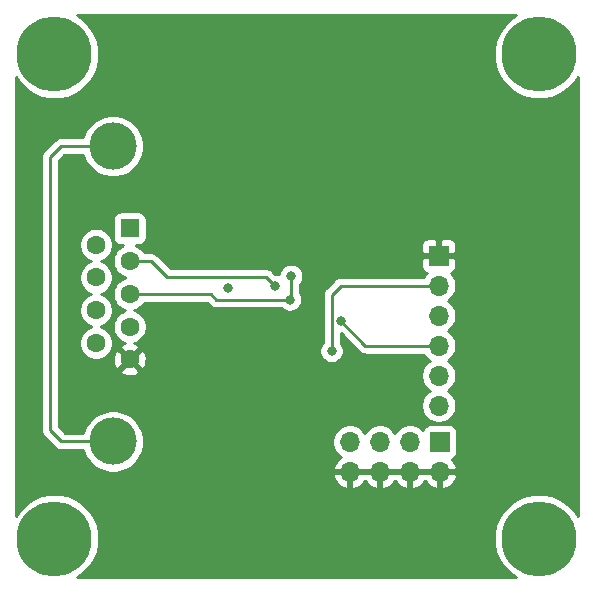
<source format=gbr>
G04 #@! TF.GenerationSoftware,KiCad,Pcbnew,(5.1.5)-3*
G04 #@! TF.CreationDate,2020-04-19T11:52:18-04:00*
G04 #@! TF.ProjectId,RS232_TTL_Male,52533233-325f-4545-944c-5f4d616c652e,1*
G04 #@! TF.SameCoordinates,Original*
G04 #@! TF.FileFunction,Copper,L2,Bot*
G04 #@! TF.FilePolarity,Positive*
%FSLAX46Y46*%
G04 Gerber Fmt 4.6, Leading zero omitted, Abs format (unit mm)*
G04 Created by KiCad (PCBNEW (5.1.5)-3) date 2020-04-19 11:52:18*
%MOMM*%
%LPD*%
G04 APERTURE LIST*
%ADD10R,1.600000X1.600000*%
%ADD11C,1.600000*%
%ADD12C,4.000000*%
%ADD13R,1.700000X1.700000*%
%ADD14O,1.700000X1.700000*%
%ADD15C,6.350000*%
%ADD16C,0.800000*%
%ADD17C,0.250000*%
%ADD18C,0.254000*%
G04 APERTURE END LIST*
D10*
X156363200Y-81744700D03*
D11*
X156363200Y-84514700D03*
X156363200Y-87284700D03*
X156363200Y-90054700D03*
X156363200Y-92824700D03*
X153523200Y-83129700D03*
X153523200Y-85899700D03*
X153523200Y-88669700D03*
X153523200Y-91439700D03*
D12*
X154943200Y-74784700D03*
X154943200Y-99784700D03*
D13*
X182525200Y-84043400D03*
D14*
X182525200Y-86583400D03*
X182525200Y-89123400D03*
X182525200Y-91663400D03*
X182525200Y-94203400D03*
X182525200Y-96743400D03*
D15*
X150000000Y-67000000D03*
X191000000Y-67000000D03*
X150000000Y-108000000D03*
X191000000Y-108000000D03*
D13*
X182626000Y-99822000D03*
D14*
X182626000Y-102362000D03*
X180086000Y-99822000D03*
X180086000Y-102362000D03*
X177546000Y-99822000D03*
X177546000Y-102362000D03*
X175006000Y-99822000D03*
X175006000Y-102362000D03*
D16*
X164694400Y-86786600D03*
X173203400Y-84373600D03*
X160020000Y-88490600D03*
X166116000Y-96012000D03*
X173457400Y-92120600D03*
X174244800Y-89580600D03*
X168656000Y-86614000D03*
X169922355Y-87765600D03*
X170028400Y-85770600D03*
D17*
X173203400Y-84373600D02*
X176365700Y-84373600D01*
X176695900Y-84043400D02*
X182525200Y-84043400D01*
X176365700Y-84373600D02*
X176695900Y-84043400D01*
X154943200Y-74784700D02*
X150513300Y-74784700D01*
X150513300Y-74784700D02*
X149606000Y-75692000D01*
X149606000Y-75692000D02*
X149606000Y-98806000D01*
X150584700Y-99784700D02*
X154943200Y-99784700D01*
X149606000Y-98806000D02*
X150584700Y-99784700D01*
X182525200Y-86583400D02*
X174244800Y-86583400D01*
X173457400Y-87370800D02*
X174244800Y-86583400D01*
X173457400Y-92120600D02*
X173457400Y-87370800D01*
X176327600Y-91663400D02*
X174244800Y-89580600D01*
X182525200Y-91663400D02*
X176327600Y-91663400D01*
X156363200Y-84514700D02*
X158174700Y-84514700D01*
X158174700Y-84514700D02*
X159512000Y-85852000D01*
X159512000Y-85852000D02*
X167894000Y-85852000D01*
X167894000Y-85852000D02*
X168656000Y-86614000D01*
X170028400Y-85770600D02*
X170028400Y-87659555D01*
X170028400Y-87659555D02*
X169922355Y-87765600D01*
X169922355Y-87765600D02*
X163711600Y-87765600D01*
X163230700Y-87284700D02*
X156363200Y-87284700D01*
X163711600Y-87765600D02*
X163230700Y-87284700D01*
D18*
G36*
X188571267Y-64040580D02*
G01*
X188040580Y-64571267D01*
X187623622Y-65195288D01*
X187336416Y-65888664D01*
X187190000Y-66624748D01*
X187190000Y-67375252D01*
X187336416Y-68111336D01*
X187623622Y-68804712D01*
X188040580Y-69428733D01*
X188571267Y-69959420D01*
X189195288Y-70376378D01*
X189888664Y-70663584D01*
X190624748Y-70810000D01*
X191375252Y-70810000D01*
X192111336Y-70663584D01*
X192804712Y-70376378D01*
X193428733Y-69959420D01*
X193959420Y-69428733D01*
X194290000Y-68933986D01*
X194290001Y-106066016D01*
X193959420Y-105571267D01*
X193428733Y-105040580D01*
X192804712Y-104623622D01*
X192111336Y-104336416D01*
X191375252Y-104190000D01*
X190624748Y-104190000D01*
X189888664Y-104336416D01*
X189195288Y-104623622D01*
X188571267Y-105040580D01*
X188040580Y-105571267D01*
X187623622Y-106195288D01*
X187336416Y-106888664D01*
X187190000Y-107624748D01*
X187190000Y-108375252D01*
X187336416Y-109111336D01*
X187623622Y-109804712D01*
X188040580Y-110428733D01*
X188571267Y-110959420D01*
X189066014Y-111290000D01*
X151933986Y-111290000D01*
X152428733Y-110959420D01*
X152959420Y-110428733D01*
X153376378Y-109804712D01*
X153663584Y-109111336D01*
X153810000Y-108375252D01*
X153810000Y-107624748D01*
X153663584Y-106888664D01*
X153376378Y-106195288D01*
X152959420Y-105571267D01*
X152428733Y-105040580D01*
X151804712Y-104623622D01*
X151111336Y-104336416D01*
X150375252Y-104190000D01*
X149624748Y-104190000D01*
X148888664Y-104336416D01*
X148195288Y-104623622D01*
X147571267Y-105040580D01*
X147040580Y-105571267D01*
X146710000Y-106066014D01*
X146710000Y-102718891D01*
X173564519Y-102718891D01*
X173661843Y-102993252D01*
X173810822Y-103243355D01*
X174005731Y-103459588D01*
X174239080Y-103633641D01*
X174501901Y-103758825D01*
X174649110Y-103803476D01*
X174879000Y-103682155D01*
X174879000Y-102489000D01*
X175133000Y-102489000D01*
X175133000Y-103682155D01*
X175362890Y-103803476D01*
X175510099Y-103758825D01*
X175772920Y-103633641D01*
X176006269Y-103459588D01*
X176201178Y-103243355D01*
X176276000Y-103117745D01*
X176350822Y-103243355D01*
X176545731Y-103459588D01*
X176779080Y-103633641D01*
X177041901Y-103758825D01*
X177189110Y-103803476D01*
X177419000Y-103682155D01*
X177419000Y-102489000D01*
X177673000Y-102489000D01*
X177673000Y-103682155D01*
X177902890Y-103803476D01*
X178050099Y-103758825D01*
X178312920Y-103633641D01*
X178546269Y-103459588D01*
X178741178Y-103243355D01*
X178816000Y-103117745D01*
X178890822Y-103243355D01*
X179085731Y-103459588D01*
X179319080Y-103633641D01*
X179581901Y-103758825D01*
X179729110Y-103803476D01*
X179959000Y-103682155D01*
X179959000Y-102489000D01*
X180213000Y-102489000D01*
X180213000Y-103682155D01*
X180442890Y-103803476D01*
X180590099Y-103758825D01*
X180852920Y-103633641D01*
X181086269Y-103459588D01*
X181281178Y-103243355D01*
X181356000Y-103117745D01*
X181430822Y-103243355D01*
X181625731Y-103459588D01*
X181859080Y-103633641D01*
X182121901Y-103758825D01*
X182269110Y-103803476D01*
X182499000Y-103682155D01*
X182499000Y-102489000D01*
X182753000Y-102489000D01*
X182753000Y-103682155D01*
X182982890Y-103803476D01*
X183130099Y-103758825D01*
X183392920Y-103633641D01*
X183626269Y-103459588D01*
X183821178Y-103243355D01*
X183970157Y-102993252D01*
X184067481Y-102718891D01*
X183946814Y-102489000D01*
X182753000Y-102489000D01*
X182499000Y-102489000D01*
X180213000Y-102489000D01*
X179959000Y-102489000D01*
X177673000Y-102489000D01*
X177419000Y-102489000D01*
X175133000Y-102489000D01*
X174879000Y-102489000D01*
X173685186Y-102489000D01*
X173564519Y-102718891D01*
X146710000Y-102718891D01*
X146710000Y-75692000D01*
X148842324Y-75692000D01*
X148846000Y-75729322D01*
X148846001Y-98768667D01*
X148842324Y-98806000D01*
X148856998Y-98954985D01*
X148900454Y-99098246D01*
X148971026Y-99230276D01*
X149042201Y-99317002D01*
X149066000Y-99346001D01*
X149094998Y-99369799D01*
X150020901Y-100295703D01*
X150044699Y-100324701D01*
X150160424Y-100419674D01*
X150292453Y-100490246D01*
X150435714Y-100533703D01*
X150547367Y-100544700D01*
X150547377Y-100544700D01*
X150584700Y-100548376D01*
X150622023Y-100544700D01*
X152407750Y-100544700D01*
X152409461Y-100553301D01*
X152608093Y-101032841D01*
X152896462Y-101464415D01*
X153263485Y-101831438D01*
X153695059Y-102119807D01*
X154174599Y-102318439D01*
X154683675Y-102419700D01*
X155202725Y-102419700D01*
X155711801Y-102318439D01*
X156191341Y-102119807D01*
X156622915Y-101831438D01*
X156989938Y-101464415D01*
X157278307Y-101032841D01*
X157476939Y-100553301D01*
X157578200Y-100044225D01*
X157578200Y-99675740D01*
X173521000Y-99675740D01*
X173521000Y-99968260D01*
X173578068Y-100255158D01*
X173690010Y-100525411D01*
X173852525Y-100768632D01*
X174059368Y-100975475D01*
X174235406Y-101093100D01*
X174005731Y-101264412D01*
X173810822Y-101480645D01*
X173661843Y-101730748D01*
X173564519Y-102005109D01*
X173685186Y-102235000D01*
X174879000Y-102235000D01*
X174879000Y-102215000D01*
X175133000Y-102215000D01*
X175133000Y-102235000D01*
X177419000Y-102235000D01*
X177419000Y-102215000D01*
X177673000Y-102215000D01*
X177673000Y-102235000D01*
X179959000Y-102235000D01*
X179959000Y-102215000D01*
X180213000Y-102215000D01*
X180213000Y-102235000D01*
X182499000Y-102235000D01*
X182499000Y-102215000D01*
X182753000Y-102215000D01*
X182753000Y-102235000D01*
X183946814Y-102235000D01*
X184067481Y-102005109D01*
X183970157Y-101730748D01*
X183821178Y-101480645D01*
X183644374Y-101284498D01*
X183720180Y-101261502D01*
X183830494Y-101202537D01*
X183927185Y-101123185D01*
X184006537Y-101026494D01*
X184065502Y-100916180D01*
X184101812Y-100796482D01*
X184114072Y-100672000D01*
X184114072Y-98972000D01*
X184101812Y-98847518D01*
X184065502Y-98727820D01*
X184006537Y-98617506D01*
X183927185Y-98520815D01*
X183830494Y-98441463D01*
X183720180Y-98382498D01*
X183600482Y-98346188D01*
X183476000Y-98333928D01*
X181776000Y-98333928D01*
X181651518Y-98346188D01*
X181531820Y-98382498D01*
X181421506Y-98441463D01*
X181324815Y-98520815D01*
X181245463Y-98617506D01*
X181186498Y-98727820D01*
X181164487Y-98800380D01*
X181032632Y-98668525D01*
X180789411Y-98506010D01*
X180519158Y-98394068D01*
X180232260Y-98337000D01*
X179939740Y-98337000D01*
X179652842Y-98394068D01*
X179382589Y-98506010D01*
X179139368Y-98668525D01*
X178932525Y-98875368D01*
X178816000Y-99049760D01*
X178699475Y-98875368D01*
X178492632Y-98668525D01*
X178249411Y-98506010D01*
X177979158Y-98394068D01*
X177692260Y-98337000D01*
X177399740Y-98337000D01*
X177112842Y-98394068D01*
X176842589Y-98506010D01*
X176599368Y-98668525D01*
X176392525Y-98875368D01*
X176276000Y-99049760D01*
X176159475Y-98875368D01*
X175952632Y-98668525D01*
X175709411Y-98506010D01*
X175439158Y-98394068D01*
X175152260Y-98337000D01*
X174859740Y-98337000D01*
X174572842Y-98394068D01*
X174302589Y-98506010D01*
X174059368Y-98668525D01*
X173852525Y-98875368D01*
X173690010Y-99118589D01*
X173578068Y-99388842D01*
X173521000Y-99675740D01*
X157578200Y-99675740D01*
X157578200Y-99525175D01*
X157476939Y-99016099D01*
X157278307Y-98536559D01*
X156989938Y-98104985D01*
X156622915Y-97737962D01*
X156191341Y-97449593D01*
X155711801Y-97250961D01*
X155202725Y-97149700D01*
X154683675Y-97149700D01*
X154174599Y-97250961D01*
X153695059Y-97449593D01*
X153263485Y-97737962D01*
X152896462Y-98104985D01*
X152608093Y-98536559D01*
X152409461Y-99016099D01*
X152407750Y-99024700D01*
X150899502Y-99024700D01*
X150366000Y-98491199D01*
X150366000Y-93817402D01*
X155550103Y-93817402D01*
X155621686Y-94061371D01*
X155877196Y-94182271D01*
X156151384Y-94251000D01*
X156433712Y-94264917D01*
X156713330Y-94223487D01*
X156979492Y-94128303D01*
X157104714Y-94061371D01*
X157176297Y-93817402D01*
X156363200Y-93004305D01*
X155550103Y-93817402D01*
X150366000Y-93817402D01*
X150366000Y-92895212D01*
X154922983Y-92895212D01*
X154964413Y-93174830D01*
X155059597Y-93440992D01*
X155126529Y-93566214D01*
X155370498Y-93637797D01*
X156183595Y-92824700D01*
X156542805Y-92824700D01*
X157355902Y-93637797D01*
X157599871Y-93566214D01*
X157720771Y-93310704D01*
X157789500Y-93036516D01*
X157803417Y-92754188D01*
X157761987Y-92474570D01*
X157666803Y-92208408D01*
X157599871Y-92083186D01*
X157379958Y-92018661D01*
X172422400Y-92018661D01*
X172422400Y-92222539D01*
X172462174Y-92422498D01*
X172540195Y-92610856D01*
X172653463Y-92780374D01*
X172797626Y-92924537D01*
X172967144Y-93037805D01*
X173155502Y-93115826D01*
X173355461Y-93155600D01*
X173559339Y-93155600D01*
X173759298Y-93115826D01*
X173947656Y-93037805D01*
X174117174Y-92924537D01*
X174261337Y-92780374D01*
X174374605Y-92610856D01*
X174452626Y-92422498D01*
X174492400Y-92222539D01*
X174492400Y-92018661D01*
X174452626Y-91818702D01*
X174374605Y-91630344D01*
X174261337Y-91460826D01*
X174217400Y-91416889D01*
X174217400Y-90628001D01*
X175763801Y-92174403D01*
X175787599Y-92203401D01*
X175816597Y-92227199D01*
X175903323Y-92298374D01*
X175978760Y-92338696D01*
X176035353Y-92368946D01*
X176178614Y-92412403D01*
X176290267Y-92423400D01*
X176290277Y-92423400D01*
X176327599Y-92427076D01*
X176364922Y-92423400D01*
X181247022Y-92423400D01*
X181371725Y-92610032D01*
X181578568Y-92816875D01*
X181752960Y-92933400D01*
X181578568Y-93049925D01*
X181371725Y-93256768D01*
X181209210Y-93499989D01*
X181097268Y-93770242D01*
X181040200Y-94057140D01*
X181040200Y-94349660D01*
X181097268Y-94636558D01*
X181209210Y-94906811D01*
X181371725Y-95150032D01*
X181578568Y-95356875D01*
X181752960Y-95473400D01*
X181578568Y-95589925D01*
X181371725Y-95796768D01*
X181209210Y-96039989D01*
X181097268Y-96310242D01*
X181040200Y-96597140D01*
X181040200Y-96889660D01*
X181097268Y-97176558D01*
X181209210Y-97446811D01*
X181371725Y-97690032D01*
X181578568Y-97896875D01*
X181821789Y-98059390D01*
X182092042Y-98171332D01*
X182378940Y-98228400D01*
X182671460Y-98228400D01*
X182958358Y-98171332D01*
X183228611Y-98059390D01*
X183471832Y-97896875D01*
X183678675Y-97690032D01*
X183841190Y-97446811D01*
X183953132Y-97176558D01*
X184010200Y-96889660D01*
X184010200Y-96597140D01*
X183953132Y-96310242D01*
X183841190Y-96039989D01*
X183678675Y-95796768D01*
X183471832Y-95589925D01*
X183297440Y-95473400D01*
X183471832Y-95356875D01*
X183678675Y-95150032D01*
X183841190Y-94906811D01*
X183953132Y-94636558D01*
X184010200Y-94349660D01*
X184010200Y-94057140D01*
X183953132Y-93770242D01*
X183841190Y-93499989D01*
X183678675Y-93256768D01*
X183471832Y-93049925D01*
X183297440Y-92933400D01*
X183471832Y-92816875D01*
X183678675Y-92610032D01*
X183841190Y-92366811D01*
X183953132Y-92096558D01*
X184010200Y-91809660D01*
X184010200Y-91517140D01*
X183953132Y-91230242D01*
X183841190Y-90959989D01*
X183678675Y-90716768D01*
X183471832Y-90509925D01*
X183297440Y-90393400D01*
X183471832Y-90276875D01*
X183678675Y-90070032D01*
X183841190Y-89826811D01*
X183953132Y-89556558D01*
X184010200Y-89269660D01*
X184010200Y-88977140D01*
X183953132Y-88690242D01*
X183841190Y-88419989D01*
X183678675Y-88176768D01*
X183471832Y-87969925D01*
X183297440Y-87853400D01*
X183471832Y-87736875D01*
X183678675Y-87530032D01*
X183841190Y-87286811D01*
X183953132Y-87016558D01*
X184010200Y-86729660D01*
X184010200Y-86437140D01*
X183953132Y-86150242D01*
X183841190Y-85879989D01*
X183678675Y-85636768D01*
X183546820Y-85504913D01*
X183619380Y-85482902D01*
X183729694Y-85423937D01*
X183826385Y-85344585D01*
X183905737Y-85247894D01*
X183964702Y-85137580D01*
X184001012Y-85017882D01*
X184013272Y-84893400D01*
X184010200Y-84329150D01*
X183851450Y-84170400D01*
X182652200Y-84170400D01*
X182652200Y-84190400D01*
X182398200Y-84190400D01*
X182398200Y-84170400D01*
X181198950Y-84170400D01*
X181040200Y-84329150D01*
X181037128Y-84893400D01*
X181049388Y-85017882D01*
X181085698Y-85137580D01*
X181144663Y-85247894D01*
X181224015Y-85344585D01*
X181320706Y-85423937D01*
X181431020Y-85482902D01*
X181503580Y-85504913D01*
X181371725Y-85636768D01*
X181247022Y-85823400D01*
X174282125Y-85823400D01*
X174244800Y-85819724D01*
X174207475Y-85823400D01*
X174207467Y-85823400D01*
X174095814Y-85834397D01*
X173952553Y-85877854D01*
X173820524Y-85948426D01*
X173704799Y-86043399D01*
X173681001Y-86072398D01*
X172946398Y-86807001D01*
X172917400Y-86830799D01*
X172893602Y-86859797D01*
X172893601Y-86859798D01*
X172822426Y-86946524D01*
X172751854Y-87078554D01*
X172734515Y-87135715D01*
X172709442Y-87218374D01*
X172708398Y-87221815D01*
X172693724Y-87370800D01*
X172697401Y-87408132D01*
X172697400Y-91416889D01*
X172653463Y-91460826D01*
X172540195Y-91630344D01*
X172462174Y-91818702D01*
X172422400Y-92018661D01*
X157379958Y-92018661D01*
X157355902Y-92011603D01*
X156542805Y-92824700D01*
X156183595Y-92824700D01*
X155370498Y-92011603D01*
X155126529Y-92083186D01*
X155005629Y-92338696D01*
X154936900Y-92612884D01*
X154922983Y-92895212D01*
X150366000Y-92895212D01*
X150366000Y-82988365D01*
X152088200Y-82988365D01*
X152088200Y-83271035D01*
X152143347Y-83548274D01*
X152251520Y-83809427D01*
X152408563Y-84044459D01*
X152608441Y-84244337D01*
X152843473Y-84401380D01*
X153104626Y-84509553D01*
X153130501Y-84514700D01*
X153104626Y-84519847D01*
X152843473Y-84628020D01*
X152608441Y-84785063D01*
X152408563Y-84984941D01*
X152251520Y-85219973D01*
X152143347Y-85481126D01*
X152088200Y-85758365D01*
X152088200Y-86041035D01*
X152143347Y-86318274D01*
X152251520Y-86579427D01*
X152408563Y-86814459D01*
X152608441Y-87014337D01*
X152843473Y-87171380D01*
X153104626Y-87279553D01*
X153130501Y-87284700D01*
X153104626Y-87289847D01*
X152843473Y-87398020D01*
X152608441Y-87555063D01*
X152408563Y-87754941D01*
X152251520Y-87989973D01*
X152143347Y-88251126D01*
X152088200Y-88528365D01*
X152088200Y-88811035D01*
X152143347Y-89088274D01*
X152251520Y-89349427D01*
X152408563Y-89584459D01*
X152608441Y-89784337D01*
X152843473Y-89941380D01*
X153104626Y-90049553D01*
X153130501Y-90054700D01*
X153104626Y-90059847D01*
X152843473Y-90168020D01*
X152608441Y-90325063D01*
X152408563Y-90524941D01*
X152251520Y-90759973D01*
X152143347Y-91021126D01*
X152088200Y-91298365D01*
X152088200Y-91581035D01*
X152143347Y-91858274D01*
X152251520Y-92119427D01*
X152408563Y-92354459D01*
X152608441Y-92554337D01*
X152843473Y-92711380D01*
X153104626Y-92819553D01*
X153381865Y-92874700D01*
X153664535Y-92874700D01*
X153941774Y-92819553D01*
X154202927Y-92711380D01*
X154437959Y-92554337D01*
X154637837Y-92354459D01*
X154794880Y-92119427D01*
X154903053Y-91858274D01*
X154958200Y-91581035D01*
X154958200Y-91298365D01*
X154903053Y-91021126D01*
X154794880Y-90759973D01*
X154637837Y-90524941D01*
X154437959Y-90325063D01*
X154202927Y-90168020D01*
X153941774Y-90059847D01*
X153915899Y-90054700D01*
X153941774Y-90049553D01*
X154202927Y-89941380D01*
X154437959Y-89784337D01*
X154637837Y-89584459D01*
X154794880Y-89349427D01*
X154903053Y-89088274D01*
X154958200Y-88811035D01*
X154958200Y-88528365D01*
X154903053Y-88251126D01*
X154794880Y-87989973D01*
X154637837Y-87754941D01*
X154437959Y-87555063D01*
X154202927Y-87398020D01*
X153941774Y-87289847D01*
X153915899Y-87284700D01*
X153941774Y-87279553D01*
X154202927Y-87171380D01*
X154437959Y-87014337D01*
X154637837Y-86814459D01*
X154794880Y-86579427D01*
X154903053Y-86318274D01*
X154958200Y-86041035D01*
X154958200Y-85758365D01*
X154903053Y-85481126D01*
X154794880Y-85219973D01*
X154637837Y-84984941D01*
X154437959Y-84785063D01*
X154202927Y-84628020D01*
X153941774Y-84519847D01*
X153915899Y-84514700D01*
X153941774Y-84509553D01*
X154202927Y-84401380D01*
X154437959Y-84244337D01*
X154637837Y-84044459D01*
X154794880Y-83809427D01*
X154903053Y-83548274D01*
X154958200Y-83271035D01*
X154958200Y-82988365D01*
X154903053Y-82711126D01*
X154794880Y-82449973D01*
X154637837Y-82214941D01*
X154437959Y-82015063D01*
X154202927Y-81858020D01*
X153941774Y-81749847D01*
X153664535Y-81694700D01*
X153381865Y-81694700D01*
X153104626Y-81749847D01*
X152843473Y-81858020D01*
X152608441Y-82015063D01*
X152408563Y-82214941D01*
X152251520Y-82449973D01*
X152143347Y-82711126D01*
X152088200Y-82988365D01*
X150366000Y-82988365D01*
X150366000Y-80944700D01*
X154925128Y-80944700D01*
X154925128Y-82544700D01*
X154937388Y-82669182D01*
X154973698Y-82788880D01*
X155032663Y-82899194D01*
X155112015Y-82995885D01*
X155208706Y-83075237D01*
X155319020Y-83134202D01*
X155438718Y-83170512D01*
X155563200Y-83182772D01*
X155828925Y-83182772D01*
X155683473Y-83243020D01*
X155448441Y-83400063D01*
X155248563Y-83599941D01*
X155091520Y-83834973D01*
X154983347Y-84096126D01*
X154928200Y-84373365D01*
X154928200Y-84656035D01*
X154983347Y-84933274D01*
X155091520Y-85194427D01*
X155248563Y-85429459D01*
X155448441Y-85629337D01*
X155683473Y-85786380D01*
X155944626Y-85894553D01*
X155970501Y-85899700D01*
X155944626Y-85904847D01*
X155683473Y-86013020D01*
X155448441Y-86170063D01*
X155248563Y-86369941D01*
X155091520Y-86604973D01*
X154983347Y-86866126D01*
X154928200Y-87143365D01*
X154928200Y-87426035D01*
X154983347Y-87703274D01*
X155091520Y-87964427D01*
X155248563Y-88199459D01*
X155448441Y-88399337D01*
X155683473Y-88556380D01*
X155944626Y-88664553D01*
X155970501Y-88669700D01*
X155944626Y-88674847D01*
X155683473Y-88783020D01*
X155448441Y-88940063D01*
X155248563Y-89139941D01*
X155091520Y-89374973D01*
X154983347Y-89636126D01*
X154928200Y-89913365D01*
X154928200Y-90196035D01*
X154983347Y-90473274D01*
X155091520Y-90734427D01*
X155248563Y-90969459D01*
X155448441Y-91169337D01*
X155683473Y-91326380D01*
X155944626Y-91434553D01*
X155973082Y-91440213D01*
X155746908Y-91521097D01*
X155621686Y-91588029D01*
X155550103Y-91831998D01*
X156363200Y-92645095D01*
X157176297Y-91831998D01*
X157104714Y-91588029D01*
X156849204Y-91467129D01*
X156746911Y-91441488D01*
X156781774Y-91434553D01*
X157042927Y-91326380D01*
X157277959Y-91169337D01*
X157477837Y-90969459D01*
X157634880Y-90734427D01*
X157743053Y-90473274D01*
X157798200Y-90196035D01*
X157798200Y-89913365D01*
X157743053Y-89636126D01*
X157634880Y-89374973D01*
X157477837Y-89139941D01*
X157277959Y-88940063D01*
X157042927Y-88783020D01*
X156781774Y-88674847D01*
X156755899Y-88669700D01*
X156781774Y-88664553D01*
X157042927Y-88556380D01*
X157277959Y-88399337D01*
X157477837Y-88199459D01*
X157581243Y-88044700D01*
X162915899Y-88044700D01*
X163147796Y-88276597D01*
X163171599Y-88305601D01*
X163287324Y-88400574D01*
X163419353Y-88471146D01*
X163562614Y-88514603D01*
X163674267Y-88525600D01*
X163674276Y-88525600D01*
X163711599Y-88529276D01*
X163748922Y-88525600D01*
X169218644Y-88525600D01*
X169262581Y-88569537D01*
X169432099Y-88682805D01*
X169620457Y-88760826D01*
X169820416Y-88800600D01*
X170024294Y-88800600D01*
X170224253Y-88760826D01*
X170412611Y-88682805D01*
X170582129Y-88569537D01*
X170726292Y-88425374D01*
X170839560Y-88255856D01*
X170917581Y-88067498D01*
X170957355Y-87867539D01*
X170957355Y-87663661D01*
X170917581Y-87463702D01*
X170839560Y-87275344D01*
X170788400Y-87198777D01*
X170788400Y-86474311D01*
X170832337Y-86430374D01*
X170945605Y-86260856D01*
X171023626Y-86072498D01*
X171063400Y-85872539D01*
X171063400Y-85668661D01*
X171023626Y-85468702D01*
X170945605Y-85280344D01*
X170832337Y-85110826D01*
X170688174Y-84966663D01*
X170518656Y-84853395D01*
X170330298Y-84775374D01*
X170130339Y-84735600D01*
X169926461Y-84735600D01*
X169726502Y-84775374D01*
X169538144Y-84853395D01*
X169368626Y-84966663D01*
X169224463Y-85110826D01*
X169111195Y-85280344D01*
X169033174Y-85468702D01*
X168999865Y-85636158D01*
X168957898Y-85618774D01*
X168757939Y-85579000D01*
X168695801Y-85579000D01*
X168457803Y-85341002D01*
X168434001Y-85311999D01*
X168318276Y-85217026D01*
X168186247Y-85146454D01*
X168042986Y-85102997D01*
X167931333Y-85092000D01*
X167931322Y-85092000D01*
X167894000Y-85088324D01*
X167856678Y-85092000D01*
X159826802Y-85092000D01*
X158738504Y-84003703D01*
X158714701Y-83974699D01*
X158598976Y-83879726D01*
X158466947Y-83809154D01*
X158323686Y-83765697D01*
X158212033Y-83754700D01*
X158212022Y-83754700D01*
X158174700Y-83751024D01*
X158137378Y-83754700D01*
X157581243Y-83754700D01*
X157477837Y-83599941D01*
X157277959Y-83400063D01*
X157042927Y-83243020D01*
X156923134Y-83193400D01*
X181037128Y-83193400D01*
X181040200Y-83757650D01*
X181198950Y-83916400D01*
X182398200Y-83916400D01*
X182398200Y-82717150D01*
X182652200Y-82717150D01*
X182652200Y-83916400D01*
X183851450Y-83916400D01*
X184010200Y-83757650D01*
X184013272Y-83193400D01*
X184001012Y-83068918D01*
X183964702Y-82949220D01*
X183905737Y-82838906D01*
X183826385Y-82742215D01*
X183729694Y-82662863D01*
X183619380Y-82603898D01*
X183499682Y-82567588D01*
X183375200Y-82555328D01*
X182810950Y-82558400D01*
X182652200Y-82717150D01*
X182398200Y-82717150D01*
X182239450Y-82558400D01*
X181675200Y-82555328D01*
X181550718Y-82567588D01*
X181431020Y-82603898D01*
X181320706Y-82662863D01*
X181224015Y-82742215D01*
X181144663Y-82838906D01*
X181085698Y-82949220D01*
X181049388Y-83068918D01*
X181037128Y-83193400D01*
X156923134Y-83193400D01*
X156897475Y-83182772D01*
X157163200Y-83182772D01*
X157287682Y-83170512D01*
X157407380Y-83134202D01*
X157517694Y-83075237D01*
X157614385Y-82995885D01*
X157693737Y-82899194D01*
X157752702Y-82788880D01*
X157789012Y-82669182D01*
X157801272Y-82544700D01*
X157801272Y-80944700D01*
X157789012Y-80820218D01*
X157752702Y-80700520D01*
X157693737Y-80590206D01*
X157614385Y-80493515D01*
X157517694Y-80414163D01*
X157407380Y-80355198D01*
X157287682Y-80318888D01*
X157163200Y-80306628D01*
X155563200Y-80306628D01*
X155438718Y-80318888D01*
X155319020Y-80355198D01*
X155208706Y-80414163D01*
X155112015Y-80493515D01*
X155032663Y-80590206D01*
X154973698Y-80700520D01*
X154937388Y-80820218D01*
X154925128Y-80944700D01*
X150366000Y-80944700D01*
X150366000Y-76006801D01*
X150828102Y-75544700D01*
X152407750Y-75544700D01*
X152409461Y-75553301D01*
X152608093Y-76032841D01*
X152896462Y-76464415D01*
X153263485Y-76831438D01*
X153695059Y-77119807D01*
X154174599Y-77318439D01*
X154683675Y-77419700D01*
X155202725Y-77419700D01*
X155711801Y-77318439D01*
X156191341Y-77119807D01*
X156622915Y-76831438D01*
X156989938Y-76464415D01*
X157278307Y-76032841D01*
X157476939Y-75553301D01*
X157578200Y-75044225D01*
X157578200Y-74525175D01*
X157476939Y-74016099D01*
X157278307Y-73536559D01*
X156989938Y-73104985D01*
X156622915Y-72737962D01*
X156191341Y-72449593D01*
X155711801Y-72250961D01*
X155202725Y-72149700D01*
X154683675Y-72149700D01*
X154174599Y-72250961D01*
X153695059Y-72449593D01*
X153263485Y-72737962D01*
X152896462Y-73104985D01*
X152608093Y-73536559D01*
X152409461Y-74016099D01*
X152407750Y-74024700D01*
X150550623Y-74024700D01*
X150513300Y-74021024D01*
X150475977Y-74024700D01*
X150475967Y-74024700D01*
X150364314Y-74035697D01*
X150221053Y-74079154D01*
X150089023Y-74149726D01*
X150005383Y-74218368D01*
X149973299Y-74244699D01*
X149949501Y-74273697D01*
X149095002Y-75128197D01*
X149065999Y-75151999D01*
X149019240Y-75208976D01*
X148971026Y-75267724D01*
X148956071Y-75295703D01*
X148900454Y-75399754D01*
X148856997Y-75543015D01*
X148846000Y-75654668D01*
X148846000Y-75654678D01*
X148842324Y-75692000D01*
X146710000Y-75692000D01*
X146710000Y-68933986D01*
X147040580Y-69428733D01*
X147571267Y-69959420D01*
X148195288Y-70376378D01*
X148888664Y-70663584D01*
X149624748Y-70810000D01*
X150375252Y-70810000D01*
X151111336Y-70663584D01*
X151804712Y-70376378D01*
X152428733Y-69959420D01*
X152959420Y-69428733D01*
X153376378Y-68804712D01*
X153663584Y-68111336D01*
X153810000Y-67375252D01*
X153810000Y-66624748D01*
X153663584Y-65888664D01*
X153376378Y-65195288D01*
X152959420Y-64571267D01*
X152428733Y-64040580D01*
X151933986Y-63710000D01*
X189066014Y-63710000D01*
X188571267Y-64040580D01*
G37*
X188571267Y-64040580D02*
X188040580Y-64571267D01*
X187623622Y-65195288D01*
X187336416Y-65888664D01*
X187190000Y-66624748D01*
X187190000Y-67375252D01*
X187336416Y-68111336D01*
X187623622Y-68804712D01*
X188040580Y-69428733D01*
X188571267Y-69959420D01*
X189195288Y-70376378D01*
X189888664Y-70663584D01*
X190624748Y-70810000D01*
X191375252Y-70810000D01*
X192111336Y-70663584D01*
X192804712Y-70376378D01*
X193428733Y-69959420D01*
X193959420Y-69428733D01*
X194290000Y-68933986D01*
X194290001Y-106066016D01*
X193959420Y-105571267D01*
X193428733Y-105040580D01*
X192804712Y-104623622D01*
X192111336Y-104336416D01*
X191375252Y-104190000D01*
X190624748Y-104190000D01*
X189888664Y-104336416D01*
X189195288Y-104623622D01*
X188571267Y-105040580D01*
X188040580Y-105571267D01*
X187623622Y-106195288D01*
X187336416Y-106888664D01*
X187190000Y-107624748D01*
X187190000Y-108375252D01*
X187336416Y-109111336D01*
X187623622Y-109804712D01*
X188040580Y-110428733D01*
X188571267Y-110959420D01*
X189066014Y-111290000D01*
X151933986Y-111290000D01*
X152428733Y-110959420D01*
X152959420Y-110428733D01*
X153376378Y-109804712D01*
X153663584Y-109111336D01*
X153810000Y-108375252D01*
X153810000Y-107624748D01*
X153663584Y-106888664D01*
X153376378Y-106195288D01*
X152959420Y-105571267D01*
X152428733Y-105040580D01*
X151804712Y-104623622D01*
X151111336Y-104336416D01*
X150375252Y-104190000D01*
X149624748Y-104190000D01*
X148888664Y-104336416D01*
X148195288Y-104623622D01*
X147571267Y-105040580D01*
X147040580Y-105571267D01*
X146710000Y-106066014D01*
X146710000Y-102718891D01*
X173564519Y-102718891D01*
X173661843Y-102993252D01*
X173810822Y-103243355D01*
X174005731Y-103459588D01*
X174239080Y-103633641D01*
X174501901Y-103758825D01*
X174649110Y-103803476D01*
X174879000Y-103682155D01*
X174879000Y-102489000D01*
X175133000Y-102489000D01*
X175133000Y-103682155D01*
X175362890Y-103803476D01*
X175510099Y-103758825D01*
X175772920Y-103633641D01*
X176006269Y-103459588D01*
X176201178Y-103243355D01*
X176276000Y-103117745D01*
X176350822Y-103243355D01*
X176545731Y-103459588D01*
X176779080Y-103633641D01*
X177041901Y-103758825D01*
X177189110Y-103803476D01*
X177419000Y-103682155D01*
X177419000Y-102489000D01*
X177673000Y-102489000D01*
X177673000Y-103682155D01*
X177902890Y-103803476D01*
X178050099Y-103758825D01*
X178312920Y-103633641D01*
X178546269Y-103459588D01*
X178741178Y-103243355D01*
X178816000Y-103117745D01*
X178890822Y-103243355D01*
X179085731Y-103459588D01*
X179319080Y-103633641D01*
X179581901Y-103758825D01*
X179729110Y-103803476D01*
X179959000Y-103682155D01*
X179959000Y-102489000D01*
X180213000Y-102489000D01*
X180213000Y-103682155D01*
X180442890Y-103803476D01*
X180590099Y-103758825D01*
X180852920Y-103633641D01*
X181086269Y-103459588D01*
X181281178Y-103243355D01*
X181356000Y-103117745D01*
X181430822Y-103243355D01*
X181625731Y-103459588D01*
X181859080Y-103633641D01*
X182121901Y-103758825D01*
X182269110Y-103803476D01*
X182499000Y-103682155D01*
X182499000Y-102489000D01*
X182753000Y-102489000D01*
X182753000Y-103682155D01*
X182982890Y-103803476D01*
X183130099Y-103758825D01*
X183392920Y-103633641D01*
X183626269Y-103459588D01*
X183821178Y-103243355D01*
X183970157Y-102993252D01*
X184067481Y-102718891D01*
X183946814Y-102489000D01*
X182753000Y-102489000D01*
X182499000Y-102489000D01*
X180213000Y-102489000D01*
X179959000Y-102489000D01*
X177673000Y-102489000D01*
X177419000Y-102489000D01*
X175133000Y-102489000D01*
X174879000Y-102489000D01*
X173685186Y-102489000D01*
X173564519Y-102718891D01*
X146710000Y-102718891D01*
X146710000Y-75692000D01*
X148842324Y-75692000D01*
X148846000Y-75729322D01*
X148846001Y-98768667D01*
X148842324Y-98806000D01*
X148856998Y-98954985D01*
X148900454Y-99098246D01*
X148971026Y-99230276D01*
X149042201Y-99317002D01*
X149066000Y-99346001D01*
X149094998Y-99369799D01*
X150020901Y-100295703D01*
X150044699Y-100324701D01*
X150160424Y-100419674D01*
X150292453Y-100490246D01*
X150435714Y-100533703D01*
X150547367Y-100544700D01*
X150547377Y-100544700D01*
X150584700Y-100548376D01*
X150622023Y-100544700D01*
X152407750Y-100544700D01*
X152409461Y-100553301D01*
X152608093Y-101032841D01*
X152896462Y-101464415D01*
X153263485Y-101831438D01*
X153695059Y-102119807D01*
X154174599Y-102318439D01*
X154683675Y-102419700D01*
X155202725Y-102419700D01*
X155711801Y-102318439D01*
X156191341Y-102119807D01*
X156622915Y-101831438D01*
X156989938Y-101464415D01*
X157278307Y-101032841D01*
X157476939Y-100553301D01*
X157578200Y-100044225D01*
X157578200Y-99675740D01*
X173521000Y-99675740D01*
X173521000Y-99968260D01*
X173578068Y-100255158D01*
X173690010Y-100525411D01*
X173852525Y-100768632D01*
X174059368Y-100975475D01*
X174235406Y-101093100D01*
X174005731Y-101264412D01*
X173810822Y-101480645D01*
X173661843Y-101730748D01*
X173564519Y-102005109D01*
X173685186Y-102235000D01*
X174879000Y-102235000D01*
X174879000Y-102215000D01*
X175133000Y-102215000D01*
X175133000Y-102235000D01*
X177419000Y-102235000D01*
X177419000Y-102215000D01*
X177673000Y-102215000D01*
X177673000Y-102235000D01*
X179959000Y-102235000D01*
X179959000Y-102215000D01*
X180213000Y-102215000D01*
X180213000Y-102235000D01*
X182499000Y-102235000D01*
X182499000Y-102215000D01*
X182753000Y-102215000D01*
X182753000Y-102235000D01*
X183946814Y-102235000D01*
X184067481Y-102005109D01*
X183970157Y-101730748D01*
X183821178Y-101480645D01*
X183644374Y-101284498D01*
X183720180Y-101261502D01*
X183830494Y-101202537D01*
X183927185Y-101123185D01*
X184006537Y-101026494D01*
X184065502Y-100916180D01*
X184101812Y-100796482D01*
X184114072Y-100672000D01*
X184114072Y-98972000D01*
X184101812Y-98847518D01*
X184065502Y-98727820D01*
X184006537Y-98617506D01*
X183927185Y-98520815D01*
X183830494Y-98441463D01*
X183720180Y-98382498D01*
X183600482Y-98346188D01*
X183476000Y-98333928D01*
X181776000Y-98333928D01*
X181651518Y-98346188D01*
X181531820Y-98382498D01*
X181421506Y-98441463D01*
X181324815Y-98520815D01*
X181245463Y-98617506D01*
X181186498Y-98727820D01*
X181164487Y-98800380D01*
X181032632Y-98668525D01*
X180789411Y-98506010D01*
X180519158Y-98394068D01*
X180232260Y-98337000D01*
X179939740Y-98337000D01*
X179652842Y-98394068D01*
X179382589Y-98506010D01*
X179139368Y-98668525D01*
X178932525Y-98875368D01*
X178816000Y-99049760D01*
X178699475Y-98875368D01*
X178492632Y-98668525D01*
X178249411Y-98506010D01*
X177979158Y-98394068D01*
X177692260Y-98337000D01*
X177399740Y-98337000D01*
X177112842Y-98394068D01*
X176842589Y-98506010D01*
X176599368Y-98668525D01*
X176392525Y-98875368D01*
X176276000Y-99049760D01*
X176159475Y-98875368D01*
X175952632Y-98668525D01*
X175709411Y-98506010D01*
X175439158Y-98394068D01*
X175152260Y-98337000D01*
X174859740Y-98337000D01*
X174572842Y-98394068D01*
X174302589Y-98506010D01*
X174059368Y-98668525D01*
X173852525Y-98875368D01*
X173690010Y-99118589D01*
X173578068Y-99388842D01*
X173521000Y-99675740D01*
X157578200Y-99675740D01*
X157578200Y-99525175D01*
X157476939Y-99016099D01*
X157278307Y-98536559D01*
X156989938Y-98104985D01*
X156622915Y-97737962D01*
X156191341Y-97449593D01*
X155711801Y-97250961D01*
X155202725Y-97149700D01*
X154683675Y-97149700D01*
X154174599Y-97250961D01*
X153695059Y-97449593D01*
X153263485Y-97737962D01*
X152896462Y-98104985D01*
X152608093Y-98536559D01*
X152409461Y-99016099D01*
X152407750Y-99024700D01*
X150899502Y-99024700D01*
X150366000Y-98491199D01*
X150366000Y-93817402D01*
X155550103Y-93817402D01*
X155621686Y-94061371D01*
X155877196Y-94182271D01*
X156151384Y-94251000D01*
X156433712Y-94264917D01*
X156713330Y-94223487D01*
X156979492Y-94128303D01*
X157104714Y-94061371D01*
X157176297Y-93817402D01*
X156363200Y-93004305D01*
X155550103Y-93817402D01*
X150366000Y-93817402D01*
X150366000Y-92895212D01*
X154922983Y-92895212D01*
X154964413Y-93174830D01*
X155059597Y-93440992D01*
X155126529Y-93566214D01*
X155370498Y-93637797D01*
X156183595Y-92824700D01*
X156542805Y-92824700D01*
X157355902Y-93637797D01*
X157599871Y-93566214D01*
X157720771Y-93310704D01*
X157789500Y-93036516D01*
X157803417Y-92754188D01*
X157761987Y-92474570D01*
X157666803Y-92208408D01*
X157599871Y-92083186D01*
X157379958Y-92018661D01*
X172422400Y-92018661D01*
X172422400Y-92222539D01*
X172462174Y-92422498D01*
X172540195Y-92610856D01*
X172653463Y-92780374D01*
X172797626Y-92924537D01*
X172967144Y-93037805D01*
X173155502Y-93115826D01*
X173355461Y-93155600D01*
X173559339Y-93155600D01*
X173759298Y-93115826D01*
X173947656Y-93037805D01*
X174117174Y-92924537D01*
X174261337Y-92780374D01*
X174374605Y-92610856D01*
X174452626Y-92422498D01*
X174492400Y-92222539D01*
X174492400Y-92018661D01*
X174452626Y-91818702D01*
X174374605Y-91630344D01*
X174261337Y-91460826D01*
X174217400Y-91416889D01*
X174217400Y-90628001D01*
X175763801Y-92174403D01*
X175787599Y-92203401D01*
X175816597Y-92227199D01*
X175903323Y-92298374D01*
X175978760Y-92338696D01*
X176035353Y-92368946D01*
X176178614Y-92412403D01*
X176290267Y-92423400D01*
X176290277Y-92423400D01*
X176327599Y-92427076D01*
X176364922Y-92423400D01*
X181247022Y-92423400D01*
X181371725Y-92610032D01*
X181578568Y-92816875D01*
X181752960Y-92933400D01*
X181578568Y-93049925D01*
X181371725Y-93256768D01*
X181209210Y-93499989D01*
X181097268Y-93770242D01*
X181040200Y-94057140D01*
X181040200Y-94349660D01*
X181097268Y-94636558D01*
X181209210Y-94906811D01*
X181371725Y-95150032D01*
X181578568Y-95356875D01*
X181752960Y-95473400D01*
X181578568Y-95589925D01*
X181371725Y-95796768D01*
X181209210Y-96039989D01*
X181097268Y-96310242D01*
X181040200Y-96597140D01*
X181040200Y-96889660D01*
X181097268Y-97176558D01*
X181209210Y-97446811D01*
X181371725Y-97690032D01*
X181578568Y-97896875D01*
X181821789Y-98059390D01*
X182092042Y-98171332D01*
X182378940Y-98228400D01*
X182671460Y-98228400D01*
X182958358Y-98171332D01*
X183228611Y-98059390D01*
X183471832Y-97896875D01*
X183678675Y-97690032D01*
X183841190Y-97446811D01*
X183953132Y-97176558D01*
X184010200Y-96889660D01*
X184010200Y-96597140D01*
X183953132Y-96310242D01*
X183841190Y-96039989D01*
X183678675Y-95796768D01*
X183471832Y-95589925D01*
X183297440Y-95473400D01*
X183471832Y-95356875D01*
X183678675Y-95150032D01*
X183841190Y-94906811D01*
X183953132Y-94636558D01*
X184010200Y-94349660D01*
X184010200Y-94057140D01*
X183953132Y-93770242D01*
X183841190Y-93499989D01*
X183678675Y-93256768D01*
X183471832Y-93049925D01*
X183297440Y-92933400D01*
X183471832Y-92816875D01*
X183678675Y-92610032D01*
X183841190Y-92366811D01*
X183953132Y-92096558D01*
X184010200Y-91809660D01*
X184010200Y-91517140D01*
X183953132Y-91230242D01*
X183841190Y-90959989D01*
X183678675Y-90716768D01*
X183471832Y-90509925D01*
X183297440Y-90393400D01*
X183471832Y-90276875D01*
X183678675Y-90070032D01*
X183841190Y-89826811D01*
X183953132Y-89556558D01*
X184010200Y-89269660D01*
X184010200Y-88977140D01*
X183953132Y-88690242D01*
X183841190Y-88419989D01*
X183678675Y-88176768D01*
X183471832Y-87969925D01*
X183297440Y-87853400D01*
X183471832Y-87736875D01*
X183678675Y-87530032D01*
X183841190Y-87286811D01*
X183953132Y-87016558D01*
X184010200Y-86729660D01*
X184010200Y-86437140D01*
X183953132Y-86150242D01*
X183841190Y-85879989D01*
X183678675Y-85636768D01*
X183546820Y-85504913D01*
X183619380Y-85482902D01*
X183729694Y-85423937D01*
X183826385Y-85344585D01*
X183905737Y-85247894D01*
X183964702Y-85137580D01*
X184001012Y-85017882D01*
X184013272Y-84893400D01*
X184010200Y-84329150D01*
X183851450Y-84170400D01*
X182652200Y-84170400D01*
X182652200Y-84190400D01*
X182398200Y-84190400D01*
X182398200Y-84170400D01*
X181198950Y-84170400D01*
X181040200Y-84329150D01*
X181037128Y-84893400D01*
X181049388Y-85017882D01*
X181085698Y-85137580D01*
X181144663Y-85247894D01*
X181224015Y-85344585D01*
X181320706Y-85423937D01*
X181431020Y-85482902D01*
X181503580Y-85504913D01*
X181371725Y-85636768D01*
X181247022Y-85823400D01*
X174282125Y-85823400D01*
X174244800Y-85819724D01*
X174207475Y-85823400D01*
X174207467Y-85823400D01*
X174095814Y-85834397D01*
X173952553Y-85877854D01*
X173820524Y-85948426D01*
X173704799Y-86043399D01*
X173681001Y-86072398D01*
X172946398Y-86807001D01*
X172917400Y-86830799D01*
X172893602Y-86859797D01*
X172893601Y-86859798D01*
X172822426Y-86946524D01*
X172751854Y-87078554D01*
X172734515Y-87135715D01*
X172709442Y-87218374D01*
X172708398Y-87221815D01*
X172693724Y-87370800D01*
X172697401Y-87408132D01*
X172697400Y-91416889D01*
X172653463Y-91460826D01*
X172540195Y-91630344D01*
X172462174Y-91818702D01*
X172422400Y-92018661D01*
X157379958Y-92018661D01*
X157355902Y-92011603D01*
X156542805Y-92824700D01*
X156183595Y-92824700D01*
X155370498Y-92011603D01*
X155126529Y-92083186D01*
X155005629Y-92338696D01*
X154936900Y-92612884D01*
X154922983Y-92895212D01*
X150366000Y-92895212D01*
X150366000Y-82988365D01*
X152088200Y-82988365D01*
X152088200Y-83271035D01*
X152143347Y-83548274D01*
X152251520Y-83809427D01*
X152408563Y-84044459D01*
X152608441Y-84244337D01*
X152843473Y-84401380D01*
X153104626Y-84509553D01*
X153130501Y-84514700D01*
X153104626Y-84519847D01*
X152843473Y-84628020D01*
X152608441Y-84785063D01*
X152408563Y-84984941D01*
X152251520Y-85219973D01*
X152143347Y-85481126D01*
X152088200Y-85758365D01*
X152088200Y-86041035D01*
X152143347Y-86318274D01*
X152251520Y-86579427D01*
X152408563Y-86814459D01*
X152608441Y-87014337D01*
X152843473Y-87171380D01*
X153104626Y-87279553D01*
X153130501Y-87284700D01*
X153104626Y-87289847D01*
X152843473Y-87398020D01*
X152608441Y-87555063D01*
X152408563Y-87754941D01*
X152251520Y-87989973D01*
X152143347Y-88251126D01*
X152088200Y-88528365D01*
X152088200Y-88811035D01*
X152143347Y-89088274D01*
X152251520Y-89349427D01*
X152408563Y-89584459D01*
X152608441Y-89784337D01*
X152843473Y-89941380D01*
X153104626Y-90049553D01*
X153130501Y-90054700D01*
X153104626Y-90059847D01*
X152843473Y-90168020D01*
X152608441Y-90325063D01*
X152408563Y-90524941D01*
X152251520Y-90759973D01*
X152143347Y-91021126D01*
X152088200Y-91298365D01*
X152088200Y-91581035D01*
X152143347Y-91858274D01*
X152251520Y-92119427D01*
X152408563Y-92354459D01*
X152608441Y-92554337D01*
X152843473Y-92711380D01*
X153104626Y-92819553D01*
X153381865Y-92874700D01*
X153664535Y-92874700D01*
X153941774Y-92819553D01*
X154202927Y-92711380D01*
X154437959Y-92554337D01*
X154637837Y-92354459D01*
X154794880Y-92119427D01*
X154903053Y-91858274D01*
X154958200Y-91581035D01*
X154958200Y-91298365D01*
X154903053Y-91021126D01*
X154794880Y-90759973D01*
X154637837Y-90524941D01*
X154437959Y-90325063D01*
X154202927Y-90168020D01*
X153941774Y-90059847D01*
X153915899Y-90054700D01*
X153941774Y-90049553D01*
X154202927Y-89941380D01*
X154437959Y-89784337D01*
X154637837Y-89584459D01*
X154794880Y-89349427D01*
X154903053Y-89088274D01*
X154958200Y-88811035D01*
X154958200Y-88528365D01*
X154903053Y-88251126D01*
X154794880Y-87989973D01*
X154637837Y-87754941D01*
X154437959Y-87555063D01*
X154202927Y-87398020D01*
X153941774Y-87289847D01*
X153915899Y-87284700D01*
X153941774Y-87279553D01*
X154202927Y-87171380D01*
X154437959Y-87014337D01*
X154637837Y-86814459D01*
X154794880Y-86579427D01*
X154903053Y-86318274D01*
X154958200Y-86041035D01*
X154958200Y-85758365D01*
X154903053Y-85481126D01*
X154794880Y-85219973D01*
X154637837Y-84984941D01*
X154437959Y-84785063D01*
X154202927Y-84628020D01*
X153941774Y-84519847D01*
X153915899Y-84514700D01*
X153941774Y-84509553D01*
X154202927Y-84401380D01*
X154437959Y-84244337D01*
X154637837Y-84044459D01*
X154794880Y-83809427D01*
X154903053Y-83548274D01*
X154958200Y-83271035D01*
X154958200Y-82988365D01*
X154903053Y-82711126D01*
X154794880Y-82449973D01*
X154637837Y-82214941D01*
X154437959Y-82015063D01*
X154202927Y-81858020D01*
X153941774Y-81749847D01*
X153664535Y-81694700D01*
X153381865Y-81694700D01*
X153104626Y-81749847D01*
X152843473Y-81858020D01*
X152608441Y-82015063D01*
X152408563Y-82214941D01*
X152251520Y-82449973D01*
X152143347Y-82711126D01*
X152088200Y-82988365D01*
X150366000Y-82988365D01*
X150366000Y-80944700D01*
X154925128Y-80944700D01*
X154925128Y-82544700D01*
X154937388Y-82669182D01*
X154973698Y-82788880D01*
X155032663Y-82899194D01*
X155112015Y-82995885D01*
X155208706Y-83075237D01*
X155319020Y-83134202D01*
X155438718Y-83170512D01*
X155563200Y-83182772D01*
X155828925Y-83182772D01*
X155683473Y-83243020D01*
X155448441Y-83400063D01*
X155248563Y-83599941D01*
X155091520Y-83834973D01*
X154983347Y-84096126D01*
X154928200Y-84373365D01*
X154928200Y-84656035D01*
X154983347Y-84933274D01*
X155091520Y-85194427D01*
X155248563Y-85429459D01*
X155448441Y-85629337D01*
X155683473Y-85786380D01*
X155944626Y-85894553D01*
X155970501Y-85899700D01*
X155944626Y-85904847D01*
X155683473Y-86013020D01*
X155448441Y-86170063D01*
X155248563Y-86369941D01*
X155091520Y-86604973D01*
X154983347Y-86866126D01*
X154928200Y-87143365D01*
X154928200Y-87426035D01*
X154983347Y-87703274D01*
X155091520Y-87964427D01*
X155248563Y-88199459D01*
X155448441Y-88399337D01*
X155683473Y-88556380D01*
X155944626Y-88664553D01*
X155970501Y-88669700D01*
X155944626Y-88674847D01*
X155683473Y-88783020D01*
X155448441Y-88940063D01*
X155248563Y-89139941D01*
X155091520Y-89374973D01*
X154983347Y-89636126D01*
X154928200Y-89913365D01*
X154928200Y-90196035D01*
X154983347Y-90473274D01*
X155091520Y-90734427D01*
X155248563Y-90969459D01*
X155448441Y-91169337D01*
X155683473Y-91326380D01*
X155944626Y-91434553D01*
X155973082Y-91440213D01*
X155746908Y-91521097D01*
X155621686Y-91588029D01*
X155550103Y-91831998D01*
X156363200Y-92645095D01*
X157176297Y-91831998D01*
X157104714Y-91588029D01*
X156849204Y-91467129D01*
X156746911Y-91441488D01*
X156781774Y-91434553D01*
X157042927Y-91326380D01*
X157277959Y-91169337D01*
X157477837Y-90969459D01*
X157634880Y-90734427D01*
X157743053Y-90473274D01*
X157798200Y-90196035D01*
X157798200Y-89913365D01*
X157743053Y-89636126D01*
X157634880Y-89374973D01*
X157477837Y-89139941D01*
X157277959Y-88940063D01*
X157042927Y-88783020D01*
X156781774Y-88674847D01*
X156755899Y-88669700D01*
X156781774Y-88664553D01*
X157042927Y-88556380D01*
X157277959Y-88399337D01*
X157477837Y-88199459D01*
X157581243Y-88044700D01*
X162915899Y-88044700D01*
X163147796Y-88276597D01*
X163171599Y-88305601D01*
X163287324Y-88400574D01*
X163419353Y-88471146D01*
X163562614Y-88514603D01*
X163674267Y-88525600D01*
X163674276Y-88525600D01*
X163711599Y-88529276D01*
X163748922Y-88525600D01*
X169218644Y-88525600D01*
X169262581Y-88569537D01*
X169432099Y-88682805D01*
X169620457Y-88760826D01*
X169820416Y-88800600D01*
X170024294Y-88800600D01*
X170224253Y-88760826D01*
X170412611Y-88682805D01*
X170582129Y-88569537D01*
X170726292Y-88425374D01*
X170839560Y-88255856D01*
X170917581Y-88067498D01*
X170957355Y-87867539D01*
X170957355Y-87663661D01*
X170917581Y-87463702D01*
X170839560Y-87275344D01*
X170788400Y-87198777D01*
X170788400Y-86474311D01*
X170832337Y-86430374D01*
X170945605Y-86260856D01*
X171023626Y-86072498D01*
X171063400Y-85872539D01*
X171063400Y-85668661D01*
X171023626Y-85468702D01*
X170945605Y-85280344D01*
X170832337Y-85110826D01*
X170688174Y-84966663D01*
X170518656Y-84853395D01*
X170330298Y-84775374D01*
X170130339Y-84735600D01*
X169926461Y-84735600D01*
X169726502Y-84775374D01*
X169538144Y-84853395D01*
X169368626Y-84966663D01*
X169224463Y-85110826D01*
X169111195Y-85280344D01*
X169033174Y-85468702D01*
X168999865Y-85636158D01*
X168957898Y-85618774D01*
X168757939Y-85579000D01*
X168695801Y-85579000D01*
X168457803Y-85341002D01*
X168434001Y-85311999D01*
X168318276Y-85217026D01*
X168186247Y-85146454D01*
X168042986Y-85102997D01*
X167931333Y-85092000D01*
X167931322Y-85092000D01*
X167894000Y-85088324D01*
X167856678Y-85092000D01*
X159826802Y-85092000D01*
X158738504Y-84003703D01*
X158714701Y-83974699D01*
X158598976Y-83879726D01*
X158466947Y-83809154D01*
X158323686Y-83765697D01*
X158212033Y-83754700D01*
X158212022Y-83754700D01*
X158174700Y-83751024D01*
X158137378Y-83754700D01*
X157581243Y-83754700D01*
X157477837Y-83599941D01*
X157277959Y-83400063D01*
X157042927Y-83243020D01*
X156923134Y-83193400D01*
X181037128Y-83193400D01*
X181040200Y-83757650D01*
X181198950Y-83916400D01*
X182398200Y-83916400D01*
X182398200Y-82717150D01*
X182652200Y-82717150D01*
X182652200Y-83916400D01*
X183851450Y-83916400D01*
X184010200Y-83757650D01*
X184013272Y-83193400D01*
X184001012Y-83068918D01*
X183964702Y-82949220D01*
X183905737Y-82838906D01*
X183826385Y-82742215D01*
X183729694Y-82662863D01*
X183619380Y-82603898D01*
X183499682Y-82567588D01*
X183375200Y-82555328D01*
X182810950Y-82558400D01*
X182652200Y-82717150D01*
X182398200Y-82717150D01*
X182239450Y-82558400D01*
X181675200Y-82555328D01*
X181550718Y-82567588D01*
X181431020Y-82603898D01*
X181320706Y-82662863D01*
X181224015Y-82742215D01*
X181144663Y-82838906D01*
X181085698Y-82949220D01*
X181049388Y-83068918D01*
X181037128Y-83193400D01*
X156923134Y-83193400D01*
X156897475Y-83182772D01*
X157163200Y-83182772D01*
X157287682Y-83170512D01*
X157407380Y-83134202D01*
X157517694Y-83075237D01*
X157614385Y-82995885D01*
X157693737Y-82899194D01*
X157752702Y-82788880D01*
X157789012Y-82669182D01*
X157801272Y-82544700D01*
X157801272Y-80944700D01*
X157789012Y-80820218D01*
X157752702Y-80700520D01*
X157693737Y-80590206D01*
X157614385Y-80493515D01*
X157517694Y-80414163D01*
X157407380Y-80355198D01*
X157287682Y-80318888D01*
X157163200Y-80306628D01*
X155563200Y-80306628D01*
X155438718Y-80318888D01*
X155319020Y-80355198D01*
X155208706Y-80414163D01*
X155112015Y-80493515D01*
X155032663Y-80590206D01*
X154973698Y-80700520D01*
X154937388Y-80820218D01*
X154925128Y-80944700D01*
X150366000Y-80944700D01*
X150366000Y-76006801D01*
X150828102Y-75544700D01*
X152407750Y-75544700D01*
X152409461Y-75553301D01*
X152608093Y-76032841D01*
X152896462Y-76464415D01*
X153263485Y-76831438D01*
X153695059Y-77119807D01*
X154174599Y-77318439D01*
X154683675Y-77419700D01*
X155202725Y-77419700D01*
X155711801Y-77318439D01*
X156191341Y-77119807D01*
X156622915Y-76831438D01*
X156989938Y-76464415D01*
X157278307Y-76032841D01*
X157476939Y-75553301D01*
X157578200Y-75044225D01*
X157578200Y-74525175D01*
X157476939Y-74016099D01*
X157278307Y-73536559D01*
X156989938Y-73104985D01*
X156622915Y-72737962D01*
X156191341Y-72449593D01*
X155711801Y-72250961D01*
X155202725Y-72149700D01*
X154683675Y-72149700D01*
X154174599Y-72250961D01*
X153695059Y-72449593D01*
X153263485Y-72737962D01*
X152896462Y-73104985D01*
X152608093Y-73536559D01*
X152409461Y-74016099D01*
X152407750Y-74024700D01*
X150550623Y-74024700D01*
X150513300Y-74021024D01*
X150475977Y-74024700D01*
X150475967Y-74024700D01*
X150364314Y-74035697D01*
X150221053Y-74079154D01*
X150089023Y-74149726D01*
X150005383Y-74218368D01*
X149973299Y-74244699D01*
X149949501Y-74273697D01*
X149095002Y-75128197D01*
X149065999Y-75151999D01*
X149019240Y-75208976D01*
X148971026Y-75267724D01*
X148956071Y-75295703D01*
X148900454Y-75399754D01*
X148856997Y-75543015D01*
X148846000Y-75654668D01*
X148846000Y-75654678D01*
X148842324Y-75692000D01*
X146710000Y-75692000D01*
X146710000Y-68933986D01*
X147040580Y-69428733D01*
X147571267Y-69959420D01*
X148195288Y-70376378D01*
X148888664Y-70663584D01*
X149624748Y-70810000D01*
X150375252Y-70810000D01*
X151111336Y-70663584D01*
X151804712Y-70376378D01*
X152428733Y-69959420D01*
X152959420Y-69428733D01*
X153376378Y-68804712D01*
X153663584Y-68111336D01*
X153810000Y-67375252D01*
X153810000Y-66624748D01*
X153663584Y-65888664D01*
X153376378Y-65195288D01*
X152959420Y-64571267D01*
X152428733Y-64040580D01*
X151933986Y-63710000D01*
X189066014Y-63710000D01*
X188571267Y-64040580D01*
M02*

</source>
